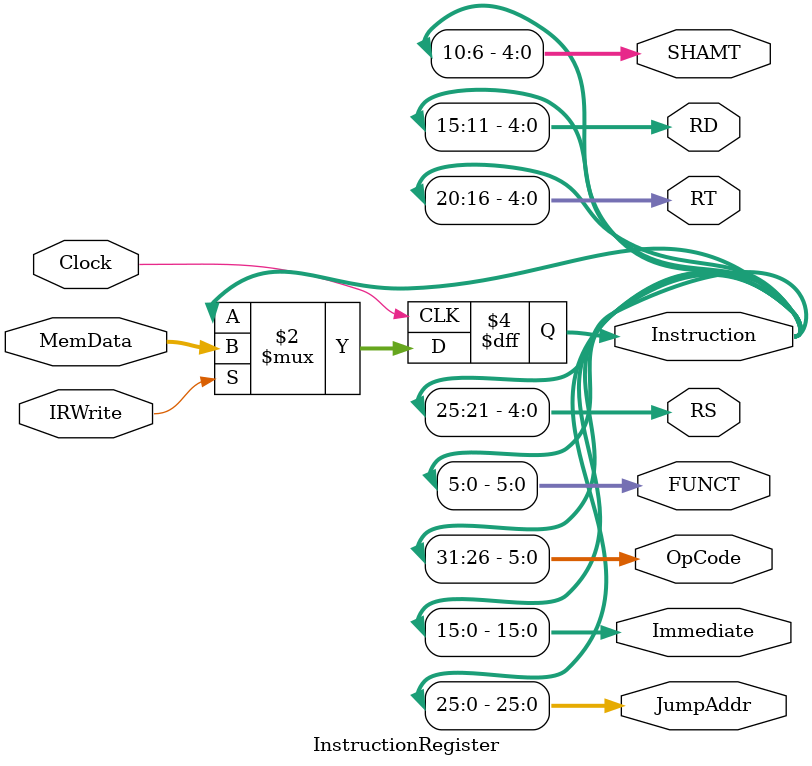
<source format=v>
module InstructionRegister(Instruction, JumpAddr, Immediate, OpCode, RS, RT,
			   RD, SHAMT, FUNCT, MemData, IRWrite, Clock);
    output [31:0] Instruction;
    output [25:0] JumpAddr;
    output [15:0] Immediate;
    output [5:0] OpCode, FUNCT;
    output [4:0] RS, RT, RD, SHAMT;
    input [31:0] MemData;
    input IRWrite, Clock;
    
    reg [31:0] Instruction;
    
    always @ (posedge Clock) 
      begin
         if (IRWrite) begin
            Instruction <= MemData;
         end
      end
    
    assign OpCode = Instruction[31:26];
    assign RS = Instruction[25:21];
    assign RT = Instruction[20:16];
    assign RD = Instruction[15:11];
    assign SHAMT = Instruction[10:6];
    assign FUNCT = Instruction[5:0];
    assign Immediate = Instruction[15:0];
    assign JumpAddr = Instruction[25:0];
endmodule

</source>
